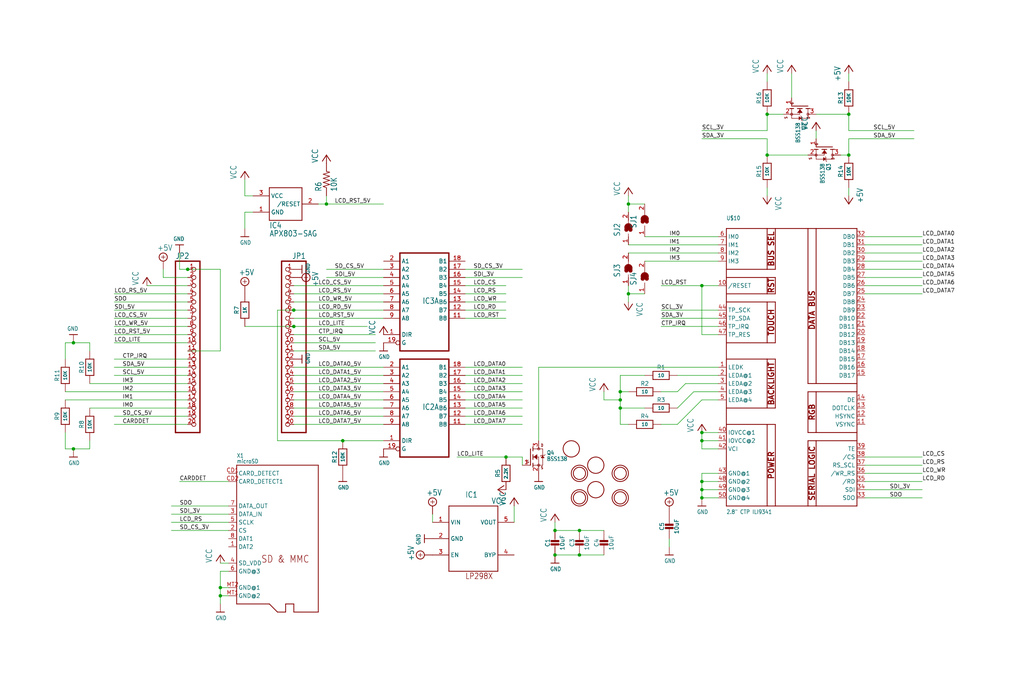
<source format=kicad_sch>
(kicad_sch (version 20230121) (generator eeschema)
  (paper "User" 318.694 213.157)
  (lib_symbols
    (symbol "working-eagle-import:+5V" (power)
      (property "Value" "+5V" (at -1.905 3.175 0))
      (symbol "+5V_1_0"
        (pin power_in line (at 0 -2.54 90) (length 2.54) (name "+5V") (number "1"))
      )
    )
    (symbol "working-eagle-import:74245DW"
      (property "Reference" "IC" (at -0.635 -0.635 0))
      (symbol "74245DW_1_0"
        (pin input line (at -12.7 -10.16 0) (length 5.08) (name "DIR") (number "1"))
        (pin bidirectional line (at 12.7 -5.08 180) (length 5.08) (name "B8") (number "11"))
        (pin bidirectional line (at 12.7 -2.54 180) (length 5.08) (name "B7") (number "12"))
        (pin bidirectional line (at 12.7 0 180) (length 5.08) (name "B6") (number "13"))
        (pin bidirectional line (at 12.7 2.54 180) (length 5.08) (name "B5") (number "14"))
        (pin bidirectional line (at 12.7 5.08 180) (length 5.08) (name "B4") (number "15"))
        (pin bidirectional line (at 12.7 7.62 180) (length 5.08) (name "B3") (number "16"))
        (pin bidirectional line (at 12.7 10.16 180) (length 5.08) (name "B2") (number "17"))
        (pin bidirectional line (at 12.7 12.7 180) (length 5.08) (name "B1") (number "18"))
        (pin input inverted (at -12.7 -12.7 0) (length 5.08) (name "G") (number "19"))
        (pin bidirectional line (at -12.7 12.7 0) (length 5.08) (name "A1") (number "2"))
        (pin bidirectional line (at -12.7 10.16 0) (length 5.08) (name "A2") (number "3"))
        (pin bidirectional line (at -12.7 7.62 0) (length 5.08) (name "A3") (number "4"))
        (pin bidirectional line (at -12.7 5.08 0) (length 5.08) (name "A4") (number "5"))
        (pin bidirectional line (at -12.7 2.54 0) (length 5.08) (name "A5") (number "6"))
        (pin bidirectional line (at -12.7 0 0) (length 5.08) (name "A6") (number "7"))
        (pin bidirectional line (at -12.7 -2.54 0) (length 5.08) (name "A7") (number "8"))
        (pin bidirectional line (at -12.7 -5.08 0) (length 5.08) (name "A8") (number "9"))
      )
      (symbol "74245DW_2_0"
        (text "GND" (at 1.905 -5.842 900) (effects (font (size 1.27 1.0795)) (justify left bottom)))
        (text "VCC" (at 1.905 2.54 900) (effects (font (size 1.27 1.0795)) (justify left bottom)))
        (pin power_in line (at 0 -7.62 90) (length 5.08) (name "GND") (number "10"))
        (pin power_in line (at 0 7.62 270) (length 5.08) (name "VCC") (number "20"))
      )
    )
    (symbol "working-eagle-import:AXP083-SAG"
      (property "Reference" "IC" (at -5.08 -7.62 0))
      (symbol "AXP083-SAG_1_0"
        (pin power_in line (at -10.16 -2.54 0) (length 5.08) (name "GND") (number "1"))
        (pin output line (at 10.16 0 180) (length 5.08) (name "/RESET") (number "2"))
        (pin power_in line (at -10.16 2.54 0) (length 5.08) (name "VCC") (number "3"))
      )
    )
    (symbol "working-eagle-import:CAP_CERAMIC0805-NOOUTLINE"
      (property "Reference" "C" (at -2.29 1.25 90))
      (symbol "CAP_CERAMIC0805-NOOUTLINE_1_0"
        (pin passive line (at 0 5.08 270) (length 2.54) (name "1") (number "1"))
        (pin passive line (at 0 -2.54 90) (length 2.54) (name "2") (number "2"))
      )
    )
    (symbol "working-eagle-import:DISP_LCD_CTP28_SAMPLE"
      (property "Reference" "TFT" (at -20.32 43.18 0))
      (symbol "DISP_LCD_CTP28_SAMPLE_1_0"
        (text "BACKLIGHT" (at -6.35 -7.62 900) (effects (font (size 1.6764 1.6764) (thickness 0.3353) bold)))
        (text "BUS SEL" (at -6.35 34.29 900) (effects (font (size 1.6764 1.6764) (thickness 0.3353) bold)))
        (text "DATA BUS" (at 6.35 15.24 900) (effects (font (size 1.6764 1.6764) (thickness 0.3353) bold)))
        (text "POWER" (at -6.35 -33.02 900) (effects (font (size 1.6764 1.6764) (thickness 0.3353) bold)))
        (text "RGB" (at 6.35 -16.51 900) (effects (font (size 1.6764 1.6764) (thickness 0.3353) bold)))
        (text "RST" (at -6.35 22.86 900) (effects (font (size 1.6764 1.6764) (thickness 0.3353) bold)))
        (text "SERIAL LOGIC" (at 6.35 -35.56 900) (effects (font (size 1.6764 1.6764) (thickness 0.3353) bold)))
        (text "TOUCH" (at -6.35 11.43 900) (effects (font (size 1.6764 1.6764) (thickness 0.3353) bold)))
        (pin bidirectional line (at -22.86 -2.54 0) (length 2.54) (name "LEDK") (number "1"))
        (pin bidirectional line (at -22.86 22.86 0) (length 2.54) (name "/RESET") (number "10"))
        (pin bidirectional line (at 22.86 -20.32 180) (length 2.54) (name "VSYNC") (number "11"))
        (pin bidirectional line (at 22.86 -17.78 180) (length 2.54) (name "HSYNC") (number "12"))
        (pin bidirectional line (at 22.86 -15.24 180) (length 2.54) (name "DOTCLK") (number "13"))
        (pin bidirectional line (at 22.86 -12.7 180) (length 2.54) (name "DE") (number "14"))
        (pin bidirectional line (at 22.86 -5.08 180) (length 2.54) (name "DB17") (number "15"))
        (pin bidirectional line (at 22.86 -2.54 180) (length 2.54) (name "DB16") (number "16"))
        (pin bidirectional line (at 22.86 0 180) (length 2.54) (name "DB15") (number "17"))
        (pin bidirectional line (at 22.86 2.54 180) (length 2.54) (name "DB14") (number "18"))
        (pin bidirectional line (at 22.86 5.08 180) (length 2.54) (name "DB13") (number "19"))
        (pin bidirectional line (at -22.86 -5.08 0) (length 2.54) (name "LEDA@1") (number "2"))
        (pin bidirectional line (at 22.86 7.62 180) (length 2.54) (name "DB12") (number "20"))
        (pin bidirectional line (at 22.86 10.16 180) (length 2.54) (name "DB11") (number "21"))
        (pin bidirectional line (at 22.86 12.7 180) (length 2.54) (name "DB10") (number "22"))
        (pin bidirectional line (at 22.86 15.24 180) (length 2.54) (name "DB9") (number "23"))
        (pin bidirectional line (at 22.86 17.78 180) (length 2.54) (name "DB8") (number "24"))
        (pin bidirectional line (at 22.86 20.32 180) (length 2.54) (name "DB7") (number "25"))
        (pin bidirectional line (at 22.86 22.86 180) (length 2.54) (name "DB6") (number "26"))
        (pin bidirectional line (at 22.86 25.4 180) (length 2.54) (name "DB5") (number "27"))
        (pin bidirectional line (at 22.86 27.94 180) (length 2.54) (name "DB4") (number "28"))
        (pin bidirectional line (at 22.86 30.48 180) (length 2.54) (name "DB3") (number "29"))
        (pin bidirectional line (at -22.86 -7.62 0) (length 2.54) (name "LEDA@2") (number "3"))
        (pin bidirectional line (at 22.86 33.02 180) (length 2.54) (name "DB2") (number "30"))
        (pin bidirectional line (at 22.86 35.56 180) (length 2.54) (name "DB1") (number "31"))
        (pin bidirectional line (at 22.86 38.1 180) (length 2.54) (name "DB0") (number "32"))
        (pin bidirectional line (at 22.86 -43.18 180) (length 2.54) (name "SDO") (number "33"))
        (pin bidirectional line (at 22.86 -40.64 180) (length 2.54) (name "SDI") (number "34"))
        (pin bidirectional line (at 22.86 -38.1 180) (length 2.54) (name "/RD") (number "35"))
        (pin bidirectional line (at 22.86 -35.56 180) (length 2.54) (name "/WR_RS") (number "36"))
        (pin bidirectional line (at 22.86 -33.02 180) (length 2.54) (name "RS_SCL") (number "37"))
        (pin bidirectional line (at 22.86 -30.48 180) (length 2.54) (name "/CS") (number "38"))
        (pin bidirectional line (at 22.86 -27.94 180) (length 2.54) (name "TE") (number "39"))
        (pin bidirectional line (at -22.86 -10.16 0) (length 2.54) (name "LEDA@3") (number "4"))
        (pin bidirectional line (at -22.86 -22.86 0) (length 2.54) (name "IOVCC@1") (number "40"))
        (pin bidirectional line (at -22.86 -25.4 0) (length 2.54) (name "IOVCC@2") (number "41"))
        (pin bidirectional line (at -22.86 -27.94 0) (length 2.54) (name "VCI") (number "42"))
        (pin bidirectional line (at -22.86 -35.56 0) (length 2.54) (name "GND@1") (number "43"))
        (pin bidirectional line (at -22.86 15.24 0) (length 2.54) (name "TP_SCK") (number "44"))
        (pin bidirectional line (at -22.86 12.7 0) (length 2.54) (name "TP_SDA") (number "45"))
        (pin bidirectional line (at -22.86 10.16 0) (length 2.54) (name "TP_IRQ") (number "46"))
        (pin bidirectional line (at -22.86 7.62 0) (length 2.54) (name "TP_RES") (number "47"))
        (pin bidirectional line (at -22.86 -38.1 0) (length 2.54) (name "GND@2") (number "48"))
        (pin bidirectional line (at -22.86 -40.64 0) (length 2.54) (name "GND@3") (number "49"))
        (pin bidirectional line (at -22.86 -12.7 0) (length 2.54) (name "LEDA@4") (number "5"))
        (pin bidirectional line (at -22.86 -43.18 0) (length 2.54) (name "GND@4") (number "50"))
        (pin bidirectional line (at -22.86 38.1 0) (length 2.54) (name "IM0") (number "6"))
        (pin bidirectional line (at -22.86 35.56 0) (length 2.54) (name "IM1") (number "7"))
        (pin bidirectional line (at -22.86 33.02 0) (length 2.54) (name "IM2") (number "8"))
        (pin bidirectional line (at -22.86 30.48 0) (length 2.54) (name "IM3") (number "9"))
      )
    )
    (symbol "working-eagle-import:FIDUCIAL")
    (symbol "working-eagle-import:GND" (power)
      (property "Value" "GND" (at -1.524 -2.54 0))
      (symbol "GND_1_0"
        (pin power_in line (at 0 2.54 270) (length 2.54) (name "GND") (number "1"))
      )
    )
    (symbol "working-eagle-import:HEADER-1X20ROUND"
      (property "Reference" "JP" (at -6.35 26.035 0))
      (symbol "HEADER-1X20ROUND_1_0"
        (pin passive inverted (at -2.54 22.86 0) (length 2.54) (name "1") (number "1"))
        (pin passive inverted (at -2.54 0 0) (length 2.54) (name "10") (number "10"))
        (pin passive inverted (at -2.54 -2.54 0) (length 2.54) (name "11") (number "11"))
        (pin passive inverted (at -2.54 -5.08 0) (length 2.54) (name "12") (number "12"))
        (pin passive inverted (at -2.54 -7.62 0) (length 2.54) (name "13") (number "13"))
        (pin passive inverted (at -2.54 -10.16 0) (length 2.54) (name "14") (number "14"))
        (pin passive inverted (at -2.54 -12.7 0) (length 2.54) (name "15") (number "15"))
        (pin passive inverted (at -2.54 -15.24 0) (length 2.54) (name "16") (number "16"))
        (pin passive inverted (at -2.54 -17.78 0) (length 2.54) (name "17") (number "17"))
        (pin passive inverted (at -2.54 -20.32 0) (length 2.54) (name "18") (number "18"))
        (pin passive inverted (at -2.54 -22.86 0) (length 2.54) (name "19") (number "19"))
        (pin passive inverted (at -2.54 20.32 0) (length 2.54) (name "2") (number "2"))
        (pin passive inverted (at -2.54 -25.4 0) (length 2.54) (name "20") (number "20"))
        (pin passive inverted (at -2.54 17.78 0) (length 2.54) (name "3") (number "3"))
        (pin passive inverted (at -2.54 15.24 0) (length 2.54) (name "4") (number "4"))
        (pin passive inverted (at -2.54 12.7 0) (length 2.54) (name "5") (number "5"))
        (pin passive inverted (at -2.54 10.16 0) (length 2.54) (name "6") (number "6"))
        (pin passive inverted (at -2.54 7.62 0) (length 2.54) (name "7") (number "7"))
        (pin passive inverted (at -2.54 5.08 0) (length 2.54) (name "8") (number "8"))
        (pin passive inverted (at -2.54 2.54 0) (length 2.54) (name "9") (number "9"))
      )
    )
    (symbol "working-eagle-import:LP298XS"
      (property "Reference" "IC" (at -12.7 -5.08 90))
      (symbol "LP298XS_1_0"
        (text "LP298X" (at 12.7 -5.08 900) (effects (font (size 1.778 1.5113)) (justify left bottom)))
        (pin bidirectional line (at -5.08 -15.24 90) (length 5.08) (name "VIN") (number "1"))
        (pin bidirectional line (at 0 -15.24 90) (length 5.08) (name "GND") (number "2"))
        (pin bidirectional line (at 5.08 -15.24 90) (length 5.08) (name "EN") (number "3"))
        (pin bidirectional line (at 5.08 10.16 270) (length 5.08) (name "BYP") (number "4"))
        (pin bidirectional line (at -5.08 10.16 270) (length 5.08) (name "VOUT") (number "5"))
      )
    )
    (symbol "working-eagle-import:MICROSD"
      (property "Reference" "X" (at -12.7 22.606 0))
      (symbol "MICROSD_1_0"
        (text "SD & MMC" (at -5.08 -10.16 0) (effects (font (size 2.1844 1.8567)) (justify left bottom)))
        (pin bidirectional line (at -15.24 -5.08 0) (length 2.54) (name "DAT2") (number "1"))
        (pin input line (at -15.24 0 0) (length 2.54) (name "CS") (number "2"))
        (pin input line (at -15.24 5.08 0) (length 2.54) (name "DATA_IN") (number "3"))
        (pin power_in line (at -15.24 -10.16 0) (length 2.54) (name "SD_VDD") (number "4"))
        (pin input line (at -15.24 2.54 0) (length 2.54) (name "SCLK") (number "5"))
        (pin power_in line (at -15.24 -12.7 0) (length 2.54) (name "GND@3") (number "6"))
        (pin output line (at -15.24 7.62 0) (length 2.54) (name "DATA_OUT") (number "7"))
        (pin bidirectional line (at -15.24 -2.54 0) (length 2.54) (name "DAT1") (number "8"))
        (pin passive line (at -15.24 17.78 0) (length 2.54) (name "CARD_DETECT") (number "CD1"))
        (pin passive line (at -15.24 15.24 0) (length 2.54) (name "CARD_DETECT1") (number "CD2"))
        (pin power_in line (at -15.24 -20.32 0) (length 2.54) (name "GND@2") (number "MT1"))
        (pin power_in line (at -15.24 -17.78 0) (length 2.54) (name "GND@1") (number "MT2"))
      )
    )
    (symbol "working-eagle-import:MOSFET-NWIDE"
      (property "Reference" "Q" (at 5.08 0.635 0))
      (symbol "MOSFET-NWIDE_1_0"
        (text "D" (at 3.175 3.175 0) (effects (font (size 0.8128 0.6908)) (justify left bottom)))
        (text "G" (at -1.27 -1.905 0) (effects (font (size 0.8128 0.6908)) (justify left bottom)))
        (text "S" (at 3.175 -3.81 0) (effects (font (size 0.8128 0.6908)) (justify left bottom)))
        (pin bidirectional line (at -2.54 -2.54 0) (length 2.54) (name "G") (number "1"))
        (pin bidirectional line (at 2.54 -5.08 90) (length 2.54) (name "S") (number "2"))
        (pin bidirectional line (at 2.54 5.08 270) (length 2.54) (name "D") (number "3"))
      )
    )
    (symbol "working-eagle-import:MOUNTINGHOLE3.0THIN")
    (symbol "working-eagle-import:R-US_R0805"
      (property "Reference" "R" (at -3.81 1.4986 0))
      (symbol "R-US_R0805_1_0"
        (pin passive line (at -5.08 0 0) (length 2.54) (name "1") (number "1"))
        (pin passive line (at 5.08 0 180) (length 2.54) (name "2") (number "2"))
      )
    )
    (symbol "working-eagle-import:RESISTOR0805_NOOUTLINE"
      (property "Reference" "R" (at 0 2.54 0))
      (symbol "RESISTOR0805_NOOUTLINE_1_0"
        (pin passive line (at -5.08 0 0) (length 2.54) (name "1") (number "1"))
        (pin passive line (at 5.08 0 180) (length 2.54) (name "2") (number "2"))
      )
    )
    (symbol "working-eagle-import:SOLDERJUMPER"
      (property "Reference" "SJ" (at -2.54 2.54 0))
      (symbol "SOLDERJUMPER_1_0"
        (pin passive line (at -5.08 0 0) (length 2.54) (name "1") (number "1"))
        (pin passive line (at 5.08 0 180) (length 2.54) (name "2") (number "2"))
      )
    )
    (symbol "working-eagle-import:VCC" (power)
      (property "Value" "VCC" (at -2.54 -2.54 90))
      (symbol "VCC_1_0"
        (pin power_in line (at 0 -2.54 90) (length 2.54) (name "VCC") (number "1"))
      )
    )
    (symbol "working-eagle-import:supply1_+5V" (power)
      (property "Value" "supply1_+5V" (at -2.54 -5.08 90))
      (symbol "supply1_+5V_1_0"
        (pin power_in line (at 0 -2.54 90) (length 2.54) (name "+5V") (number "1"))
      )
    )
  )
  (junction (at 22.86 139.7))
  (junction (at 91.44 96.52))
  (junction (at 218.44 137.16))
  (junction (at 172.72 165.1))
  (junction (at 264.16 48.26))
  (junction (at 58.42 83.82))
  (junction (at 91.44 101.6))
  (junction (at 106.68 137.16))
  (junction (at 218.44 154.94))
  (junction (at 180.34 165.1))
  (junction (at 68.58 185.42))
  (junction (at 218.44 149.86))
  (junction (at 157.48 142.24))
  (junction (at 68.58 182.88))
  (junction (at 264.16 35.56))
  (junction (at 195.58 91.44))
  (junction (at 193.04 127))
  (junction (at 193.04 124.46))
  (junction (at 238.76 35.56))
  (junction (at 172.72 172.72))
  (junction (at 180.34 172.72))
  (junction (at 22.86 106.68))
  (junction (at 218.44 88.9))
  (junction (at 218.44 152.4))
  (junction (at 218.44 134.62))
  (junction (at 238.76 48.26))
  (junction (at 195.58 63.5))
  (junction (at 101.6 63.5))
  (junction (at 193.04 121.92))
  (wire (pts (xy 218.44 152.4) (xy 223.52 152.4)) (stroke (width 0.1524)))
  (wire (pts (xy 58.42 96.52) (xy 35.56 96.52)) (stroke (width 0.1524)))
  (wire (pts (xy 223.52 147.32) (xy 218.44 147.32)) (stroke (width 0.1524)))
  (wire (pts (xy 22.86 139.7) (xy 27.94 139.7)) (stroke (width 0.1524)))
  (wire (pts (xy 238.76 48.26) (xy 238.76 43.18)) (stroke (width 0.1524)))
  (wire (pts (xy 246.38 30.48) (xy 246.38 22.86)) (stroke (width 0.1524)))
  (wire (pts (xy 162.56 142.24) (xy 162.56 144.78)) (stroke (width 0.1524)))
  (wire (pts (xy 116.84 104.14) (xy 91.44 104.14)) (stroke (width 0.1524)))
  (wire (pts (xy 119.38 127) (xy 91.44 127)) (stroke (width 0.1524)))
  (wire (pts (xy 68.58 109.22) (xy 68.58 83.82)) (stroke (width 0.1524)))
  (wire (pts (xy 119.38 137.16) (xy 106.68 137.16)) (stroke (width 0.1524)))
  (wire (pts (xy 264.16 48.26) (xy 261.62 48.26)) (stroke (width 0.1524)))
  (wire (pts (xy 101.6 60.96) (xy 101.6 63.5)) (stroke (width 0.1524)))
  (wire (pts (xy 27.94 106.68) (xy 22.86 106.68)) (stroke (width 0.1524)))
  (wire (pts (xy 91.44 91.44) (xy 119.38 91.44)) (stroke (width 0.1524)))
  (wire (pts (xy 269.24 78.74) (xy 287.02 78.74)) (stroke (width 0.1524)))
  (wire (pts (xy 91.44 96.52) (xy 119.38 96.52)) (stroke (width 0.1524)))
  (wire (pts (xy 218.44 134.62) (xy 218.44 137.16)) (stroke (width 0.1524)))
  (wire (pts (xy 269.24 83.82) (xy 287.02 83.82)) (stroke (width 0.1524)))
  (wire (pts (xy 101.6 63.5) (xy 119.38 63.5)) (stroke (width 0.1524)))
  (wire (pts (xy 269.24 154.94) (xy 287.02 154.94)) (stroke (width 0.1524)))
  (wire (pts (xy 160.02 157.48) (xy 160.02 162.56)) (stroke (width 0.1524)))
  (wire (pts (xy 58.42 86.36) (xy 50.8 86.36)) (stroke (width 0.1524)))
  (wire (pts (xy 238.76 40.64) (xy 238.76 35.56)) (stroke (width 0.1524)))
  (wire (pts (xy 27.94 109.22) (xy 27.94 106.68)) (stroke (width 0.1524)))
  (wire (pts (xy 269.24 142.24) (xy 287.02 142.24)) (stroke (width 0.1524)))
  (wire (pts (xy 269.24 144.78) (xy 287.02 144.78)) (stroke (width 0.1524)))
  (wire (pts (xy 218.44 139.7) (xy 218.44 137.16)) (stroke (width 0.1524)))
  (wire (pts (xy 223.52 134.62) (xy 218.44 134.62)) (stroke (width 0.1524)))
  (wire (pts (xy 91.44 96.52) (xy 86.36 96.52)) (stroke (width 0.1524)))
  (wire (pts (xy 58.42 132.08) (xy 35.56 132.08)) (stroke (width 0.1524)))
  (wire (pts (xy 119.38 114.3) (xy 91.44 114.3)) (stroke (width 0.1524)))
  (wire (pts (xy 238.76 40.64) (xy 218.44 40.64)) (stroke (width 0.1524)))
  (wire (pts (xy 218.44 152.4) (xy 218.44 154.94)) (stroke (width 0.1524)))
  (wire (pts (xy 50.8 86.36) (xy 50.8 83.82)) (stroke (width 0.1524)))
  (wire (pts (xy 35.56 104.14) (xy 58.42 104.14)) (stroke (width 0.1524)))
  (wire (pts (xy 119.38 86.36) (xy 101.6 86.36)) (stroke (width 0.1524)))
  (wire (pts (xy 193.04 127) (xy 193.04 124.46)) (stroke (width 0.1524)))
  (wire (pts (xy 22.86 106.68) (xy 20.32 106.68)) (stroke (width 0.1524)))
  (wire (pts (xy 218.44 43.18) (xy 238.76 43.18)) (stroke (width 0.1524)))
  (wire (pts (xy 208.28 170.18) (xy 208.28 167.64)) (stroke (width 0.1524)))
  (wire (pts (xy 193.04 121.92) (xy 193.04 116.84)) (stroke (width 0.1524)))
  (wire (pts (xy 91.44 101.6) (xy 114.3 101.6)) (stroke (width 0.1524)))
  (wire (pts (xy 269.24 91.44) (xy 287.02 91.44)) (stroke (width 0.1524)))
  (wire (pts (xy 71.12 185.42) (xy 68.58 185.42)) (stroke (width 0.1524)))
  (wire (pts (xy 193.04 132.08) (xy 193.04 127)) (stroke (width 0.1524)))
  (wire (pts (xy 55.88 83.82) (xy 55.88 78.74)) (stroke (width 0.1524)))
  (wire (pts (xy 195.58 76.2) (xy 223.52 76.2)) (stroke (width 0.1524)))
  (wire (pts (xy 167.64 137.16) (xy 167.64 114.3)) (stroke (width 0.1524)))
  (wire (pts (xy 218.44 137.16) (xy 223.52 137.16)) (stroke (width 0.1524)))
  (wire (pts (xy 58.42 109.22) (xy 68.58 109.22)) (stroke (width 0.1524)))
  (wire (pts (xy 86.36 137.16) (xy 86.36 96.52)) (stroke (width 0.1524)))
  (wire (pts (xy 144.78 91.44) (xy 157.48 91.44)) (stroke (width 0.1524)))
  (wire (pts (xy 200.66 91.44) (xy 195.58 91.44)) (stroke (width 0.1524)))
  (wire (pts (xy 71.12 177.8) (xy 68.58 177.8)) (stroke (width 0.1524)))
  (wire (pts (xy 269.24 152.4) (xy 287.02 152.4)) (stroke (width 0.1524)))
  (wire (pts (xy 223.52 78.74) (xy 195.58 78.74)) (stroke (width 0.1524)))
  (wire (pts (xy 53.34 157.48) (xy 71.12 157.48)) (stroke (width 0.1524)))
  (wire (pts (xy 119.38 124.46) (xy 91.44 124.46)) (stroke (width 0.1524)))
  (wire (pts (xy 91.44 101.6) (xy 76.2 101.6)) (stroke (width 0.1524)))
  (wire (pts (xy 264.16 48.26) (xy 264.16 43.18)) (stroke (width 0.1524)))
  (wire (pts (xy 269.24 76.2) (xy 287.02 76.2)) (stroke (width 0.1524)))
  (wire (pts (xy 76.2 66.04) (xy 78.74 66.04)) (stroke (width 0.1524)))
  (wire (pts (xy 20.32 134.62) (xy 20.32 139.7)) (stroke (width 0.1524)))
  (wire (pts (xy 172.72 172.72) (xy 180.34 172.72)) (stroke (width 0.1524)))
  (wire (pts (xy 144.78 88.9) (xy 157.48 88.9)) (stroke (width 0.1524)))
  (wire (pts (xy 68.58 185.42) (xy 68.58 182.88)) (stroke (width 0.1524)))
  (wire (pts (xy 218.44 124.46) (xy 223.52 124.46)) (stroke (width 0.1524)))
  (wire (pts (xy 162.56 116.84) (xy 144.78 116.84)) (stroke (width 0.1524)))
  (wire (pts (xy 269.24 147.32) (xy 287.02 147.32)) (stroke (width 0.1524)))
  (wire (pts (xy 119.38 132.08) (xy 91.44 132.08)) (stroke (width 0.1524)))
  (wire (pts (xy 162.56 129.54) (xy 144.78 129.54)) (stroke (width 0.1524)))
  (wire (pts (xy 218.44 147.32) (xy 218.44 149.86)) (stroke (width 0.1524)))
  (wire (pts (xy 58.42 83.82) (xy 55.88 83.82)) (stroke (width 0.1524)))
  (wire (pts (xy 195.58 66.04) (xy 195.58 63.5)) (stroke (width 0.1524)))
  (wire (pts (xy 144.78 93.98) (xy 157.48 93.98)) (stroke (width 0.1524)))
  (wire (pts (xy 180.34 165.1) (xy 187.96 165.1)) (stroke (width 0.1524)))
  (wire (pts (xy 144.78 83.82) (xy 162.56 83.82)) (stroke (width 0.1524)))
  (wire (pts (xy 205.74 132.08) (xy 210.82 132.08)) (stroke (width 0.1524)))
  (wire (pts (xy 264.16 35.56) (xy 264.16 40.64)) (stroke (width 0.1524)))
  (wire (pts (xy 195.58 121.92) (xy 193.04 121.92)) (stroke (width 0.1524)))
  (wire (pts (xy 187.96 121.92) (xy 187.96 124.46)) (stroke (width 0.1524)))
  (wire (pts (xy 195.58 93.98) (xy 195.58 91.44)) (stroke (width 0.1524)))
  (wire (pts (xy 223.52 101.6) (xy 205.74 101.6)) (stroke (width 0.1524)))
  (wire (pts (xy 68.58 83.82) (xy 58.42 83.82)) (stroke (width 0.1524)))
  (wire (pts (xy 238.76 35.56) (xy 243.84 35.56)) (stroke (width 0.1524)))
  (wire (pts (xy 91.44 88.9) (xy 119.38 88.9)) (stroke (width 0.1524)))
  (wire (pts (xy 142.24 142.24) (xy 157.48 142.24)) (stroke (width 0.1524)))
  (wire (pts (xy 106.68 137.16) (xy 86.36 137.16)) (stroke (width 0.1524)))
  (wire (pts (xy 76.2 71.12) (xy 76.2 66.04)) (stroke (width 0.1524)))
  (wire (pts (xy 58.42 116.84) (xy 35.56 116.84)) (stroke (width 0.1524)))
  (wire (pts (xy 193.04 127) (xy 200.66 127)) (stroke (width 0.1524)))
  (wire (pts (xy 134.62 160.02) (xy 134.62 162.56)) (stroke (width 0.1524)))
  (wire (pts (xy 172.72 162.56) (xy 172.72 165.1)) (stroke (width 0.1524)))
  (wire (pts (xy 195.58 60.96) (xy 195.58 63.5)) (stroke (width 0.1524)))
  (wire (pts (xy 210.82 127) (xy 215.9 121.92)) (stroke (width 0.1524)))
  (wire (pts (xy 210.82 121.92) (xy 213.36 119.38)) (stroke (width 0.1524)))
  (wire (pts (xy 71.12 160.02) (xy 53.34 160.02)) (stroke (width 0.1524)))
  (wire (pts (xy 35.56 129.54) (xy 58.42 129.54)) (stroke (width 0.1524)))
  (wire (pts (xy 223.52 81.28) (xy 200.66 81.28)) (stroke (width 0.1524)))
  (wire (pts (xy 269.24 73.66) (xy 287.02 73.66)) (stroke (width 0.1524)))
  (wire (pts (xy 35.56 93.98) (xy 58.42 93.98)) (stroke (width 0.1524)))
  (wire (pts (xy 223.52 99.06) (xy 205.74 99.06)) (stroke (width 0.1524)))
  (wire (pts (xy 269.24 86.36) (xy 287.02 86.36)) (stroke (width 0.1524)))
  (wire (pts (xy 218.44 154.94) (xy 223.52 154.94)) (stroke (width 0.1524)))
  (wire (pts (xy 119.38 129.54) (xy 91.44 129.54)) (stroke (width 0.1524)))
  (wire (pts (xy 210.82 116.84) (xy 223.52 116.84)) (stroke (width 0.1524)))
  (wire (pts (xy 180.34 165.1) (xy 172.72 165.1)) (stroke (width 0.1524)))
  (wire (pts (xy 269.24 88.9) (xy 287.02 88.9)) (stroke (width 0.1524)))
  (wire (pts (xy 53.34 165.1) (xy 71.12 165.1)) (stroke (width 0.1524)))
  (wire (pts (xy 58.42 127) (xy 27.94 127)) (stroke (width 0.1524)))
  (wire (pts (xy 35.56 99.06) (xy 58.42 99.06)) (stroke (width 0.1524)))
  (wire (pts (xy 68.58 182.88) (xy 71.12 182.88)) (stroke (width 0.1524)))
  (wire (pts (xy 215.9 121.92) (xy 223.52 121.92)) (stroke (width 0.1524)))
  (wire (pts (xy 162.56 114.3) (xy 144.78 114.3)) (stroke (width 0.1524)))
  (wire (pts (xy 195.58 63.5) (xy 200.66 63.5)) (stroke (width 0.1524)))
  (wire (pts (xy 162.56 121.92) (xy 144.78 121.92)) (stroke (width 0.1524)))
  (wire (pts (xy 223.52 73.66) (xy 200.66 73.66)) (stroke (width 0.1524)))
  (wire (pts (xy 20.32 124.46) (xy 58.42 124.46)) (stroke (width 0.1524)))
  (wire (pts (xy 144.78 96.52) (xy 157.48 96.52)) (stroke (width 0.1524)))
  (wire (pts (xy 254 35.56) (xy 264.16 35.56)) (stroke (width 0.1524)))
  (wire (pts (xy 269.24 81.28) (xy 287.02 81.28)) (stroke (width 0.1524)))
  (wire (pts (xy 35.56 114.3) (xy 58.42 114.3)) (stroke (width 0.1524)))
  (wire (pts (xy 264.16 40.64) (xy 284.48 40.64)) (stroke (width 0.1524)))
  (wire (pts (xy 162.56 119.38) (xy 144.78 119.38)) (stroke (width 0.1524)))
  (wire (pts (xy 116.84 106.68) (xy 91.44 106.68)) (stroke (width 0.1524)))
  (wire (pts (xy 144.78 86.36) (xy 162.56 86.36)) (stroke (width 0.1524)))
  (wire (pts (xy 218.44 104.14) (xy 218.44 88.9)) (stroke (width 0.1524)))
  (wire (pts (xy 193.04 116.84) (xy 200.66 116.84)) (stroke (width 0.1524)))
  (wire (pts (xy 238.76 60.96) (xy 238.76 58.42)) (stroke (width 0.1524)))
  (wire (pts (xy 71.12 149.86) (xy 55.88 149.86)) (stroke (width 0.1524)))
  (wire (pts (xy 35.56 91.44) (xy 58.42 91.44)) (stroke (width 0.1524)))
  (wire (pts (xy 20.32 106.68) (xy 20.32 111.76)) (stroke (width 0.1524)))
  (wire (pts (xy 223.52 149.86) (xy 218.44 149.86)) (stroke (width 0.1524)))
  (wire (pts (xy 205.74 121.92) (xy 210.82 121.92)) (stroke (width 0.1524)))
  (wire (pts (xy 35.56 101.6) (xy 58.42 101.6)) (stroke (width 0.1524)))
  (wire (pts (xy 195.58 132.08) (xy 193.04 132.08)) (stroke (width 0.1524)))
  (wire (pts (xy 213.36 119.38) (xy 223.52 119.38)) (stroke (width 0.1524)))
  (wire (pts (xy 20.32 121.92) (xy 58.42 121.92)) (stroke (width 0.1524)))
  (wire (pts (xy 264.16 43.18) (xy 284.48 43.18)) (stroke (width 0.1524)))
  (wire (pts (xy 116.84 109.22) (xy 91.44 109.22)) (stroke (width 0.1524)))
  (wire (pts (xy 218.44 88.9) (xy 223.52 88.9)) (stroke (width 0.1524)))
  (wire (pts (xy 218.44 149.86) (xy 218.44 152.4)) (stroke (width 0.1524)))
  (wire (pts (xy 187.96 172.72) (xy 180.34 172.72)) (stroke (width 0.1524)))
  (wire (pts (xy 223.52 139.7) (xy 218.44 139.7)) (stroke (width 0.1524)))
  (wire (pts (xy 264.16 60.96) (xy 264.16 58.42)) (stroke (width 0.1524)))
  (wire (pts (xy 119.38 116.84) (xy 91.44 116.84)) (stroke (width 0.1524)))
  (wire (pts (xy 205.74 88.9) (xy 218.44 88.9)) (stroke (width 0.1524)))
  (wire (pts (xy 157.48 142.24) (xy 162.56 142.24)) (stroke (width 0.1524)))
  (wire (pts (xy 187.96 124.46) (xy 193.04 124.46)) (stroke (width 0.1524)))
  (wire (pts (xy 58.42 106.68) (xy 35.56 106.68)) (stroke (width 0.1524)))
  (wire (pts (xy 20.32 139.7) (xy 22.86 139.7)) (stroke (width 0.1524)))
  (wire (pts (xy 91.44 93.98) (xy 119.38 93.98)) (stroke (width 0.1524)))
  (wire (pts (xy 71.12 175.26) (xy 68.58 175.26)) (stroke (width 0.1524)))
  (wire (pts (xy 76.2 60.96) (xy 76.2 55.88)) (stroke (width 0.1524)))
  (wire (pts (xy 101.6 83.82) (xy 119.38 83.82)) (stroke (width 0.1524)))
  (wire (pts (xy 99.06 63.5) (xy 101.6 63.5)) (stroke (width 0.1524)))
  (wire (pts (xy 223.52 104.14) (xy 218.44 104.14)) (stroke (width 0.1524)))
  (wire (pts (xy 45.72 88.9) (xy 58.42 88.9)) (stroke (width 0.1524)))
  (wire (pts (xy 162.56 132.08) (xy 144.78 132.08)) (stroke (width 0.1524)))
  (wire (pts (xy 251.46 48.26) (xy 238.76 48.26)) (stroke (width 0.1524)))
  (wire (pts (xy 167.64 114.3) (xy 223.52 114.3)) (stroke (width 0.1524)))
  (wire (pts (xy 71.12 162.56) (xy 53.34 162.56)) (stroke (width 0.1524)))
  (wire (pts (xy 78.74 60.96) (xy 76.2 60.96)) (stroke (width 0.1524)))
  (wire (pts (xy 269.24 149.86) (xy 287.02 149.86)) (stroke (width 0.1524)))
  (wire (pts (xy 193.04 124.46) (xy 193.04 121.92)) (stroke (width 0.1524)))
  (wire (pts (xy 195.58 91.44) (xy 195.58 88.9)) (stroke (width 0.1524)))
  (wire (pts (xy 119.38 119.38) (xy 91.44 119.38)) (stroke (width 0.1524)))
  (wire (pts (xy 27.94 139.7) (xy 27.94 137.16)) (stroke (width 0.1524)))
  (wire (pts (xy 254 40.64) (xy 254 43.18)) (stroke (width 0.1524)))
  (wire (pts (xy 223.52 96.52) (xy 205.74 96.52)) (stroke (width 0.1524)))
  (wire (pts (xy 119.38 121.92) (xy 91.44 121.92)) (stroke (width 0.1524)))
  (wire (pts (xy 238.76 22.86) (xy 238.76 25.4)) (stroke (width 0.1524)))
  (wire (pts (xy 91.44 99.06) (xy 119.38 99.06)) (stroke (width 0.1524)))
  (wire (pts (xy 162.56 127) (xy 144.78 127)) (stroke (width 0.1524)))
  (wire (pts (xy 210.82 132.08) (xy 218.44 124.46)) (stroke (width 0.1524)))
  (wire (pts (xy 144.78 99.06) (xy 157.48 99.06)) (stroke (width 0.1524)))
  (wire (pts (xy 264.16 22.86) (xy 264.16 25.4)) (stroke (width 0.1524)))
  (wire (pts (xy 27.94 119.38) (xy 58.42 119.38)) (stroke (width 0.1524)))
  (wire (pts (xy 162.56 124.46) (xy 144.78 124.46)) (stroke (width 0.1524)))
  (wire (pts (xy 58.42 111.76) (xy 35.56 111.76)) (stroke (width 0.1524)))
  (wire (pts (xy 68.58 185.42) (xy 68.58 187.96)) (stroke (width 0.1524)))
  (wire (pts (xy 68.58 177.8) (xy 68.58 182.88)) (stroke (width 0.1524)))
  (label "SDO" (at 55.88 157.48 0) (effects (font (size 1.2446 1.2446))))
  (label "LCD_DATA2_5V" (at 99.06 119.38 0) (effects (font (size 1.2446 1.2446))))
  (label "LCD_RS_5V" (at 35.56 91.44 0) (effects (font (size 1.2446 1.2446))))
  (label "LCD_DATA1" (at 147.32 116.84 0) (effects (font (size 1.2446 1.2446))))
  (label "SD_CS_3V" (at 147.32 83.82 0) (effects (font (size 1.2446 1.2446))))
  (label "LCD_RST" (at 147.32 99.06 0) (effects (font (size 1.2446 1.2446))))
  (label "LCD_RST" (at 205.74 88.9 0) (effects (font (size 1.2446 1.2446))))
  (label "SDA_3V" (at 205.74 99.06 0) (effects (font (size 1.2446 1.2446))))
  (label "SDO" (at 276.86 154.94 0) (effects (font (size 1.2446 1.2446))))
  (label "LCD_RD" (at 147.32 96.52 0) (effects (font (size 1.2446 1.2446))))
  (label "LCD_DATA0_5V" (at 99.06 114.3 0) (effects (font (size 1.2446 1.2446))))
  (label "SDI_5V" (at 35.56 96.52 0) (effects (font (size 1.2446 1.2446))))
  (label "LCD_CS_5V" (at 99.06 88.9 0) (effects (font (size 1.2446 1.2446))))
  (label "CTP_IRQ" (at 38.1 111.76 0) (effects (font (size 1.2446 1.2446))))
  (label "LCD_DATA6_5V" (at 99.06 129.54 0) (effects (font (size 1.2446 1.2446))))
  (label "SCL_3V" (at 205.74 96.52 0) (effects (font (size 1.2446 1.2446))))
  (label "LCD_DATA3" (at 287.02 81.28 0) (effects (font (size 1.2446 1.2446))))
  (label "IM0" (at 208.28 73.66 0) (effects (font (size 1.2446 1.2446))))
  (label "IM0" (at 38.1 127 0) (effects (font (size 1.2446 1.2446))))
  (label "LCD_WR" (at 287.02 147.32 0) (effects (font (size 1.2446 1.2446))))
  (label "LCD_DATA6" (at 147.32 129.54 0) (effects (font (size 1.2446 1.2446))))
  (label "CARDDET" (at 38.1 132.08 0) (effects (font (size 1.2446 1.2446))))
  (label "LCD_RST_5V" (at 99.06 99.06 0) (effects (font (size 1.2446 1.2446))))
  (label "SDI_3V" (at 147.32 86.36 0) (effects (font (size 1.2446 1.2446))))
  (label "LCD_CS_5V" (at 35.56 99.06 0) (effects (font (size 1.2446 1.2446))))
  (label "SDA_5V" (at 38.1 114.3 0) (effects (font (size 1.2446 1.2446))))
  (label "CARDDET" (at 55.88 149.86 0) (effects (font (size 1.2446 1.2446))))
  (label "LCD_WR" (at 147.32 93.98 0) (effects (font (size 1.2446 1.2446))))
  (label "SCL_5V" (at 271.78 40.64 0) (effects (font (size 1.2446 1.2446))))
  (label "SD_CS_5V" (at 38.1 129.54 0) (effects (font (size 1.2446 1.2446))))
  (label "LCD_DATA1" (at 287.02 76.2 0) (effects (font (size 1.2446 1.2446))))
  (label "SD_CS_3V" (at 55.88 165.1 0) (effects (font (size 1.2446 1.2446))))
  (label "IM1" (at 208.28 76.2 0) (effects (font (size 1.2446 1.2446))))
  (label "SDA_5V" (at 99.06 109.22 0) (effects (font (size 1.2446 1.2446))))
  (label "LCD_DATA1_5V" (at 99.06 116.84 0) (effects (font (size 1.2446 1.2446))))
  (label "SDI_5V" (at 104.14 86.36 0) (effects (font (size 1.2446 1.2446))))
  (label "IM2" (at 38.1 121.92 0) (effects (font (size 1.2446 1.2446))))
  (label "LCD_LITE" (at 142.24 142.24 0) (effects (font (size 1.2446 1.2446))))
  (label "IM1" (at 38.1 124.46 0) (effects (font (size 1.2446 1.2446))))
  (label "SDI_3V" (at 55.88 160.02 0) (effects (font (size 1.2446 1.2446))))
  (label "LCD_DATA3" (at 147.32 121.92 0) (effects (font (size 1.2446 1.2446))))
  (label "LCD_RST_5V" (at 104.14 63.5 0) (effects (font (size 1.2446 1.2446))))
  (label "LCD_LITE" (at 35.56 106.68 0) (effects (font (size 1.2446 1.2446))))
  (label "LCD_DATA4" (at 147.32 124.46 0) (effects (font (size 1.2446 1.2446))))
  (label "LCD_RD" (at 287.02 149.86 0) (effects (font (size 1.2446 1.2446))))
  (label "LCD_DATA6" (at 287.02 88.9 0) (effects (font (size 1.2446 1.2446))))
  (label "LCD_CS" (at 287.02 142.24 0) (effects (font (size 1.2446 1.2446))))
  (label "LCD_DATA7_5V" (at 99.06 132.08 0) (effects (font (size 1.2446 1.2446))))
  (label "SDA_3V" (at 218.44 43.18 0) (effects (font (size 1.2446 1.2446))))
  (label "LCD_RD_5V" (at 99.06 96.52 0) (effects (font (size 1.2446 1.2446))))
  (label "LCD_DATA3_5V" (at 99.06 121.92 0) (effects (font (size 1.2446 1.2446))))
  (label "SDI_3V" (at 276.86 152.4 0) (effects (font (size 1.2446 1.2446))))
  (label "IM3" (at 208.28 81.28 0) (effects (font (size 1.2446 1.2446))))
  (label "LCD_DATA5_5V" (at 99.06 127 0) (effects (font (size 1.2446 1.2446))))
  (label "SCL_3V" (at 218.44 40.64 0) (effects (font (size 1.2446 1.2446))))
  (label "SDO" (at 35.56 93.98 0) (effects (font (size 1.2446 1.2446))))
  (label "LCD_DATA2" (at 147.32 119.38 0) (effects (font (size 1.2446 1.2446))))
  (label "LCD_RS_5V" (at 99.06 91.44 0) (effects (font (size 1.2446 1.2446))))
  (label "IM3" (at 38.1 119.38 0) (effects (font (size 1.2446 1.2446))))
  (label "LCD_DATA5" (at 147.32 127 0) (effects (font (size 1.2446 1.2446))))
  (label "LCD_RST_5V" (at 35.56 104.14 0) (effects (font (size 1.2446 1.2446))))
  (label "SDA_5V" (at 271.78 43.18 0) (effects (font (size 1.2446 1.2446))))
  (label "LCD_DATA4" (at 287.02 83.82 0) (effects (font (size 1.2446 1.2446))))
  (label "LCD_LITE" (at 99.06 101.6 0) (effects (font (size 1.2446 1.2446))))
  (label "LCD_WR_5V" (at 35.56 101.6 0) (effects (font (size 1.2446 1.2446))))
  (label "CTP_IRQ" (at 99.06 104.14 0) (effects (font (size 1.2446 1.2446))))
  (label "LCD_DATA2" (at 287.02 78.74 0) (effects (font (size 1.2446 1.2446))))
  (label "LCD_DATA7" (at 147.32 132.08 0) (effects (font (size 1.2446 1.2446))))
  (label "LCD_DATA0" (at 287.02 73.66 0) (effects (font (size 1.2446 1.2446))))
  (label "CTP_IRQ" (at 205.74 101.6 0) (effects (font (size 1.2446 1.2446))))
  (label "LCD_RS" (at 147.32 91.44 0) (effects (font (size 1.2446 1.2446))))
  (label "LCD_DATA0" (at 147.32 114.3 0) (effects (font (size 1.2446 1.2446))))
  (label "LCD_RS" (at 287.02 144.78 0) (effects (font (size 1.2446 1.2446))))
  (label "LCD_CS" (at 147.32 88.9 0) (effects (font (size 1.2446 1.2446))))
  (label "SD_CS_5V" (at 104.14 83.82 0) (effects (font (size 1.2446 1.2446))))
  (label "LCD_RS" (at 55.88 162.56 0) (effects (font (size 1.2446 1.2446))))
  (label "LCD_WR_5V" (at 99.06 93.98 0) (effects (font (size 1.2446 1.2446))))
  (label "LCD_DATA5" (at 287.02 86.36 0) (effects (font (size 1.2446 1.2446))))
  (label "SCL_5V" (at 38.1 116.84 0) (effects (font (size 1.2446 1.2446))))
  (label "LCD_DATA4_5V" (at 99.06 124.46 0) (effects (font (size 1.2446 1.2446))))
  (label "IM2" (at 208.28 78.74 0) (effects (font (size 1.2446 1.2446))))
  (label "SCL_5V" (at 99.06 106.68 0) (effects (font (size 1.2446 1.2446))))
  (label "LCD_DATA7" (at 287.02 91.44 0) (effects (font (size 1.2446 1.2446))))
  (symbol (lib_id "working-eagle-import:VCC") (at 195.58 58.42 0) (unit 1)
    (property "Reference" "#P+11" (effects hide))
    (property "Value" "VCC" (at 193.04 60.96 90) (effects (font (size 1.778 1.5113)) (justify left bottom)))
  )
  (symbol (lib_id "working-eagle-import:GND") (at 218.44 157.48 0) (unit 1)
    (property "Reference" "#U$14" (effects hide))
    (property "Value" "GND" (at 216.916 160.02 0) (effects (font (size 1.27 1.0795)) (justify left bottom)))
  )
  (symbol (lib_id "working-eagle-import:SOLDERJUMPER") (at 200.66 86.36 90) (unit 1)
    (property "Reference" "SJ4" (at 198.12 88.9 0) (effects (font (size 1.778 1.5113)) (justify left bottom)))
    (property "Value" "SOLDERJUMPER" (effects hide))
    (property "Footprint" "working:SOLDERJUMPER_ARROW_NOPASTE" (effects hide))
  )
  (symbol (lib_id "working-eagle-import:R-US_R0805") (at 101.6 55.88 90) (unit 1)
    (property "Reference" "R6" (at 100.1014 59.69 0) (effects (font (size 1.778 1.5113)) (justify left bottom)))
    (property "Value" "10K" (at 104.902 59.69 0) (effects (font (size 1.778 1.5113)) (justify left bottom)))
    (property "Footprint" "working:R0805" (effects hide))
  )
  (symbol (lib_id "working-eagle-import:AXP083-SAG") (at 88.9 63.5 0) (unit 1)
    (property "Reference" "IC4" (at 83.82 71.12 0) (effects (font (size 1.778 1.5113)) (justify left bottom)))
    (property "Value" "APX803-SAG" (at 83.82 73.66 0) (effects (font (size 1.778 1.5113)) (justify left bottom)))
    (property "Footprint" "working:SOT23" (effects hide))
  )
  (symbol (lib_id "working-eagle-import:RESISTOR0805_NOOUTLINE") (at 264.16 53.34 90) (unit 1)
    (property "Reference" "R14" (at 261.62 53.34 0))
    (property "Value" "10K" (at 264.16 53.34 0) (effects (font (size 1.016 1.016) bold)))
    (property "Footprint" "working:0805-NO" (effects hide))
  )
  (symbol (lib_id "working-eagle-import:+5V") (at 208.28 157.48 0) (unit 1)
    (property "Reference" "#SUPPLY5" (effects hide))
    (property "Value" "+5V" (at 206.375 154.305 0) (effects (font (size 1.778 1.5113)) (justify left bottom)))
  )
  (symbol (lib_id "working-eagle-import:DISP_LCD_CTP28_SAMPLE") (at 246.38 111.76 0) (unit 1)
    (property "Reference" "U$10" (at 226.06 68.58 0) (effects (font (size 1.27 1.0795)) (justify left bottom)))
    (property "Value" "2.8\" CTP ILI9341" (at 226.06 160.02 0) (effects (font (size 1.27 1.0795)) (justify left bottom)))
    (property "Footprint" "working:TFT_2.83IN_240X320_50PIN" (effects hide))
  )
  (symbol (lib_id "working-eagle-import:SOLDERJUMPER") (at 195.58 71.12 90) (unit 1)
    (property "Reference" "SJ2" (at 193.04 73.66 0) (effects (font (size 1.778 1.5113)) (justify left bottom)))
    (property "Value" "SOLDERJUMPER" (effects hide))
    (property "Footprint" "working:SOLDERJUMPER_ARROW_NOPASTE" (effects hide))
  )
  (symbol (lib_id "working-eagle-import:FIDUCIAL") (at 177.8 139.7 0) (unit 1)
    (property "Reference" "U$23" (effects hide))
    (property "Value" "FIDUCIAL" (effects hide))
    (property "Footprint" "working:FIDUCIAL_1MM" (effects hide))
  )
  (symbol (lib_id "working-eagle-import:VCC") (at 238.76 20.32 0) (unit 1)
    (property "Reference" "#P+13" (effects hide))
    (property "Value" "VCC" (at 236.22 22.86 90) (effects (font (size 1.778 1.5113)) (justify left bottom)))
  )
  (symbol (lib_id "working-eagle-import:GND") (at 22.86 104.14 180) (unit 1)
    (property "Reference" "#U$21" (effects hide))
    (property "Value" "GND" (at 24.384 101.6 0) (effects (font (size 1.27 1.0795)) (justify left bottom)))
  )
  (symbol (lib_id "working-eagle-import:FIDUCIAL") (at 185.42 144.78 0) (unit 1)
    (property "Reference" "U$9" (effects hide))
    (property "Value" "FIDUCIAL" (effects hide))
    (property "Footprint" "working:FIDUCIAL_1MM" (effects hide))
  )
  (symbol (lib_id "working-eagle-import:CAP_CERAMIC0805-NOOUTLINE") (at 172.72 170.18 0) (unit 1)
    (property "Reference" "C1" (at 170.43 168.93 90))
    (property "Value" "10uF" (at 175.02 168.93 90))
    (property "Footprint" "working:0805-NO" (effects hide))
  )
  (symbol (lib_id "working-eagle-import:RESISTOR0805_NOOUTLINE") (at 76.2 96.52 90) (unit 1)
    (property "Reference" "R7" (at 73.66 96.52 0))
    (property "Value" "1K" (at 76.2 96.52 0) (effects (font (size 1.016 1.016) bold)))
    (property "Footprint" "working:0805-NO" (effects hide))
  )
  (symbol (lib_id "working-eagle-import:SOLDERJUMPER") (at 195.58 83.82 90) (unit 1)
    (property "Reference" "SJ3" (at 193.04 86.36 0) (effects (font (size 1.778 1.5113)) (justify left bottom)))
    (property "Value" "SOLDERJUMPER" (effects hide))
    (property "Footprint" "working:SOLDERJUMPER_ARROW_NOPASTE" (effects hide))
  )
  (symbol (lib_id "working-eagle-import:VCC") (at 160.02 154.94 0) (unit 1)
    (property "Reference" "#P+5" (effects hide))
    (property "Value" "VCC" (at 157.48 157.48 90) (effects (font (size 1.778 1.5113)) (justify left bottom)))
  )
  (symbol (lib_id "working-eagle-import:+5V") (at 132.08 172.72 90) (unit 1)
    (property "Reference" "#SUPPLY3" (effects hide))
    (property "Value" "+5V" (at 128.905 174.625 0) (effects (font (size 1.778 1.5113)) (justify left bottom)))
  )
  (symbol (lib_id "working-eagle-import:FIDUCIAL") (at 185.42 152.4 0) (unit 1)
    (property "Reference" "U$11" (effects hide))
    (property "Value" "FIDUCIAL" (effects hide))
    (property "Footprint" "working:FIDUCIAL_1MM" (effects hide))
  )
  (symbol (lib_id "working-eagle-import:VCC") (at 218.44 132.08 0) (unit 1)
    (property "Reference" "#P+8" (effects hide))
    (property "Value" "VCC" (at 215.9 134.62 90) (effects (font (size 1.778 1.5113)) (justify left bottom)))
  )
  (symbol (lib_id "working-eagle-import:GND") (at 119.38 109.22 0) (unit 1)
    (property "Reference" "#U$12" (effects hide))
    (property "Value" "GND" (at 117.856 111.76 0) (effects (font (size 1.27 1.0795)) (justify left bottom)))
  )
  (symbol (lib_id "working-eagle-import:MOUNTINGHOLE3.0THIN") (at 180.34 154.94 0) (unit 1)
    (property "Reference" "U$16" (effects hide))
    (property "Value" "MOUNTINGHOLE3.0THIN" (effects hide))
    (property "Footprint" "working:MOUNTINGHOLE_3.0_PLATEDTHIN" (effects hide))
  )
  (symbol (lib_id "working-eagle-import:GND") (at 68.58 190.5 0) (unit 1)
    (property "Reference" "#U$18" (effects hide))
    (property "Value" "GND" (at 67.056 193.04 0) (effects (font (size 1.27 1.0795)) (justify left bottom)))
  )
  (symbol (lib_id "working-eagle-import:CAP_CERAMIC0805-NOOUTLINE") (at 180.34 170.18 0) (unit 1)
    (property "Reference" "C3" (at 178.05 168.93 90))
    (property "Value" "10uF" (at 182.64 168.93 90))
    (property "Footprint" "working:0805-NO" (effects hide))
  )
  (symbol (lib_id "working-eagle-import:supply1_+5V") (at 264.16 63.5 180) (unit 1)
    (property "Reference" "#P+17" (effects hide))
    (property "Value" "+5V" (at 266.7 58.42 90) (effects (font (size 1.778 1.5113)) (justify left bottom)))
  )
  (symbol (lib_id "working-eagle-import:VCC") (at 195.58 96.52 180) (unit 1)
    (property "Reference" "#P+10" (effects hide))
    (property "Value" "VCC" (at 198.12 93.98 90) (effects (font (size 1.778 1.5113)) (justify left bottom)))
  )
  (symbol (lib_id "working-eagle-import:+5V") (at 50.8 81.28 0) (unit 1)
    (property "Reference" "#SUPPLY4" (effects hide))
    (property "Value" "+5V" (at 48.895 78.105 0) (effects (font (size 1.778 1.5113)) (justify left bottom)))
  )
  (symbol (lib_id "working-eagle-import:VCC") (at 187.96 119.38 0) (unit 1)
    (property "Reference" "#P+1" (effects hide))
    (property "Value" "VCC" (at 185.42 121.92 90) (effects (font (size 1.778 1.5113)) (justify left bottom)))
  )
  (symbol (lib_id "working-eagle-import:MOSFET-NWIDE") (at 248.92 33.02 270) (unit 1)
    (property "Reference" "Q2" (at 249.555 38.1 0) (effects (font (size 1.27 1.0795)) (justify left bottom)))
    (property "Value" "BSS138" (at 247.65 38.1 0) (effects (font (size 1.27 1.0795)) (justify left bottom)))
    (property "Footprint" "working:SOT23-WIDE" (effects hide))
  )
  (symbol (lib_id "working-eagle-import:GND") (at 172.72 175.26 0) (unit 1)
    (property "Reference" "#U$4" (effects hide))
    (property "Value" "GND" (at 171.196 177.8 0) (effects (font (size 1.27 1.0795)) (justify left bottom)))
  )
  (symbol (lib_id "working-eagle-import:MOUNTINGHOLE3.0THIN") (at 193.04 154.94 0) (unit 1)
    (property "Reference" "U$17" (effects hide))
    (property "Value" "MOUNTINGHOLE3.0THIN" (effects hide))
    (property "Footprint" "working:MOUNTINGHOLE_3.0_PLATEDTHIN" (effects hide))
  )
  (symbol (lib_id "working-eagle-import:supply1_+5V") (at 264.16 20.32 0) (unit 1)
    (property "Reference" "#P+12" (effects hide))
    (property "Value" "+5V" (at 261.62 25.4 90) (effects (font (size 1.778 1.5113)) (justify left bottom)))
  )
  (symbol (lib_id "working-eagle-import:RESISTOR0805_NOOUTLINE") (at 157.48 147.32 90) (unit 1)
    (property "Reference" "R5" (at 154.94 147.32 0))
    (property "Value" "2.2K" (at 157.48 147.32 0) (effects (font (size 1.016 1.016) bold)))
    (property "Footprint" "working:0805-NO" (effects hide))
  )
  (symbol (lib_id "working-eagle-import:RESISTOR0805_NOOUTLINE") (at 20.32 129.54 90) (unit 1)
    (property "Reference" "R9" (at 17.78 129.54 0))
    (property "Value" "10K" (at 20.32 129.54 0) (effects (font (size 1.016 1.016) bold)))
    (property "Footprint" "working:0805-NO" (effects hide))
  )
  (symbol (lib_id "working-eagle-import:MOSFET-NWIDE") (at 256.54 45.72 270) (unit 1)
    (property "Reference" "Q3" (at 257.175 50.8 0) (effects (font (size 1.27 1.0795)) (justify left bottom)))
    (property "Value" "BSS138" (at 255.27 50.8 0) (effects (font (size 1.27 1.0795)) (justify left bottom)))
    (property "Footprint" "working:SOT23-WIDE" (effects hide))
  )
  (symbol (lib_id "working-eagle-import:MICROSD") (at 86.36 165.1 0) (unit 1)
    (property "Reference" "X1" (at 73.66 142.494 0) (effects (font (size 1.27 1.0795)) (justify left bottom)))
    (property "Value" "microSD" (at 73.66 144.272 0) (effects (font (size 1.27 1.0795)) (justify left bottom)))
    (property "Footprint" "working:MICROSD" (effects hide))
  )
  (symbol (lib_id "working-eagle-import:MOSFET-NWIDE") (at 165.1 142.24 0) (unit 1)
    (property "Reference" "Q4" (at 170.18 141.605 0) (effects (font (size 1.27 1.0795)) (justify left bottom)))
    (property "Value" "BSS138" (at 170.18 143.51 0) (effects (font (size 1.27 1.0795)) (justify left bottom)))
    (property "Footprint" "working:SOT23-WIDE" (effects hide))
  )
  (symbol (lib_id "working-eagle-import:+5V") (at 93.98 86.36 270) (unit 1)
    (property "Reference" "#SUPPLY1" (effects hide))
    (property "Value" "+5V" (at 97.155 84.455 0) (effects (font (size 1.778 1.5113)) (justify left bottom)))
  )
  (symbol (lib_id "working-eagle-import:GND") (at 106.68 149.86 0) (unit 1)
    (property "Reference" "#U$22" (effects hide))
    (property "Value" "GND" (at 105.156 152.4 0) (effects (font (size 1.27 1.0795)) (justify left bottom)))
  )
  (symbol (lib_id "working-eagle-import:VCC") (at 246.38 20.32 0) (unit 1)
    (property "Reference" "#P+14" (effects hide))
    (property "Value" "VCC" (at 243.84 22.86 90) (effects (font (size 1.778 1.5113)) (justify left bottom)))
  )
  (symbol (lib_id "working-eagle-import:LP298XS") (at 149.86 167.64 270) (unit 1)
    (property "Reference" "IC1" (at 144.78 154.94 90) (effects (font (size 1.778 1.5113)) (justify left bottom)))
    (property "Value" "LP298XS" (effects hide))
    (property "Footprint" "working:SOT23-5L" (effects hide))
  )
  (symbol (lib_id "working-eagle-import:CAP_CERAMIC0805-NOOUTLINE") (at 208.28 165.1 0) (unit 1)
    (property "Reference" "C5" (at 205.99 163.85 90))
    (property "Value" "10uF" (at 210.58 163.85 90))
    (property "Footprint" "working:0805-NO" (effects hide))
  )
  (symbol (lib_id "working-eagle-import:VCC") (at 101.6 48.26 0) (unit 1)
    (property "Reference" "#P+9" (effects hide))
    (property "Value" "VCC" (at 99.06 50.8 90) (effects (font (size 1.778 1.5113)) (justify left bottom)))
  )
  (symbol (lib_id "working-eagle-import:74245DW") (at 132.08 127 0) (unit 1)
    (property "Reference" "IC2" (at 131.445 127.635 0) (effects (font (size 1.778 1.5113)) (justify left bottom)))
    (property "Value" "74245DW" (effects hide))
    (property "Footprint" "working:SO20W" (effects hide))
  )
  (symbol (lib_id "working-eagle-import:GND") (at 93.98 111.76 90) (unit 1)
    (property "Reference" "#U$24" (effects hide))
    (property "Value" "GND" (at 96.52 113.284 0) (effects (font (size 1.27 1.0795)) (justify left bottom)))
  )
  (symbol (lib_id "working-eagle-import:VCC") (at 254 38.1 0) (unit 1)
    (property "Reference" "#P+15" (effects hide))
    (property "Value" "VCC" (at 251.46 40.64 90) (effects (font (size 1.778 1.5113)) (justify left bottom)))
  )
  (symbol (lib_id "working-eagle-import:GND") (at 167.64 149.86 0) (unit 1)
    (property "Reference" "#U$6" (effects hide))
    (property "Value" "GND" (at 166.116 152.4 0) (effects (font (size 1.27 1.0795)) (justify left bottom)))
  )
  (symbol (lib_id "working-eagle-import:RESISTOR0805_NOOUTLINE") (at 238.76 30.48 90) (unit 1)
    (property "Reference" "R16" (at 236.22 30.48 0))
    (property "Value" "10K" (at 238.76 30.48 0) (effects (font (size 1.016 1.016) bold)))
    (property "Footprint" "working:0805-NO" (effects hide))
  )
  (symbol (lib_id "working-eagle-import:GND") (at 22.86 142.24 0) (unit 1)
    (property "Reference" "#U$20" (effects hide))
    (property "Value" "GND" (at 21.336 144.78 0) (effects (font (size 1.27 1.0795)) (justify left bottom)))
  )
  (symbol (lib_id "working-eagle-import:RESISTOR0805_NOOUTLINE") (at 200.66 132.08 0) (unit 1)
    (property "Reference" "R4" (at 200.66 129.54 0))
    (property "Value" "10" (at 200.66 132.08 0) (effects (font (size 1.016 1.016) bold)))
    (property "Footprint" "working:0805-NO" (effects hide))
  )
  (symbol (lib_id "working-eagle-import:RESISTOR0805_NOOUTLINE") (at 205.74 127 0) (unit 1)
    (property "Reference" "R3" (at 205.74 124.46 0))
    (property "Value" "10" (at 205.74 127 0) (effects (font (size 1.016 1.016) bold)))
    (property "Footprint" "working:0805-NO" (effects hide))
  )
  (symbol (lib_id "working-eagle-import:HEADER-1X20ROUND") (at 88.9 106.68 0) (mirror y) (unit 1)
    (property "Reference" "JP1" (at 95.25 80.645 0) (effects (font (size 1.778 1.5113)) (justify left bottom)))
    (property "Value" "HEADER-1X20ROUND" (effects hide))
    (property "Footprint" "working:1X20_ROUND" (effects hide))
  )
  (symbol (lib_id "working-eagle-import:VCC") (at 119.38 101.6 0) (unit 1)
    (property "Reference" "#P+4" (effects hide))
    (property "Value" "VCC" (at 116.84 104.14 90) (effects (font (size 1.778 1.5113)) (justify left bottom)))
  )
  (symbol (lib_id "working-eagle-import:GND") (at 93.98 83.82 90) (unit 1)
    (property "Reference" "#U$5" (effects hide))
    (property "Value" "GND" (at 96.52 85.344 0) (effects (font (size 1.27 1.0795)) (justify left bottom)))
  )
  (symbol (lib_id "working-eagle-import:VCC") (at 45.72 86.36 0) (unit 1)
    (property "Reference" "#P+2" (effects hide))
    (property "Value" "VCC" (at 43.18 88.9 90) (effects (font (size 1.778 1.5113)) (justify left bottom)))
  )
  (symbol (lib_id "working-eagle-import:RESISTOR0805_NOOUTLINE") (at 20.32 116.84 90) (unit 1)
    (property "Reference" "R11" (at 17.78 116.84 0))
    (property "Value" "10K" (at 20.32 116.84 0) (effects (font (size 1.016 1.016) bold)))
    (property "Footprint" "working:0805-NO" (effects hide))
  )
  (symbol (lib_id "working-eagle-import:CAP_CERAMIC0805-NOOUTLINE") (at 187.96 170.18 0) (unit 1)
    (property "Reference" "C4" (at 185.67 168.93 90))
    (property "Value" "10uF" (at 190.26 168.93 90))
    (property "Footprint" "working:0805-NO" (effects hide))
  )
  (symbol (lib_id "working-eagle-import:HEADER-1X20ROUND") (at 60.96 106.68 0) (unit 1)
    (property "Reference" "JP2" (at 54.61 80.645 0) (effects (font (size 1.778 1.5113)) (justify left bottom)))
    (property "Value" "HEADER-1X20ROUND" (effects hide))
    (property "Footprint" "working:1X20_ROUND" (effects hide))
  )
  (symbol (lib_id "working-eagle-import:GND") (at 119.38 142.24 0) (unit 1)
    (property "Reference" "#U$8" (effects hide))
    (property "Value" "GND" (at 117.856 144.78 0) (effects (font (size 1.27 1.0795)) (justify left bottom)))
  )
  (symbol (lib_id "working-eagle-import:GND") (at 208.28 172.72 0) (unit 1)
    (property "Reference" "#U$13" (effects hide))
    (property "Value" "GND" (at 206.756 175.26 0) (effects (font (size 1.27 1.0795)) (justify left bottom)))
  )
  (symbol (lib_id "working-eagle-import:RESISTOR0805_NOOUTLINE") (at 238.76 53.34 90) (unit 1)
    (property "Reference" "R15" (at 236.22 53.34 0))
    (property "Value" "10K" (at 238.76 53.34 0) (effects (font (size 1.016 1.016) bold)))
    (property "Footprint" "working:0805-NO" (effects hide))
  )
  (symbol (lib_id "working-eagle-import:GND") (at 76.2 73.66 0) (unit 1)
    (property "Reference" "#U$3" (effects hide))
    (property "Value" "GND" (at 74.676 76.2 0) (effects (font (size 1.27 1.0795)) (justify left bottom)))
  )
  (symbol (lib_id "working-eagle-import:RESISTOR0805_NOOUTLINE") (at 200.66 121.92 0) (unit 1)
    (property "Reference" "R2" (at 200.66 119.38 0))
    (property "Value" "10" (at 200.66 121.92 0) (effects (font (size 1.016 1.016) bold)))
    (property "Footprint" "working:0805-NO" (effects hide))
  )
  (symbol (lib_id "working-eagle-import:VCC") (at 172.72 160.02 0) (unit 1)
    (property "Reference" "#P+6" (effects hide))
    (property "Value" "VCC" (at 170.18 162.56 90) (effects (font (size 1.778 1.5113)) (justify left bottom)))
  )
  (symbol (lib_id "working-eagle-import:VCC") (at 154.94 152.4 90) (unit 1)
    (property "Reference" "#P+18" (effects hide))
    (property "Value" "VCC" (at 157.48 154.94 90) (effects (font (size 1.778 1.5113)) (justify left bottom)))
  )
  (symbol (lib_id "working-eagle-import:MOUNTINGHOLE3.0THIN") (at 180.34 147.32 0) (unit 1)
    (property "Reference" "U$7" (effects hide))
    (property "Value" "MOUNTINGHOLE3.0THIN" (effects hide))
    (property "Footprint" "working:MOUNTINGHOLE_3.0_PLATEDTHIN" (effects hide))
  )
  (symbol (lib_id "working-eagle-import:VCC") (at 76.2 53.34 0) (unit 1)
    (property "Reference" "#P+7" (effects hide))
    (property "Value" "VCC" (at 73.66 55.88 90) (effects (font (size 1.778 1.5113)) (justify left bottom)))
  )
  (symbol (lib_id "working-eagle-import:VCC") (at 68.58 172.72 0) (unit 1)
    (property "Reference" "#P+3" (effects hide))
    (property "Value" "VCC" (at 66.04 175.26 90) (effects (font (size 1.778 1.5113)) (justify left bottom)))
  )
  (symbol (lib_id "working-eagle-import:RESISTOR0805_NOOUTLINE") (at 27.94 132.08 90) (unit 1)
    (property "Reference" "R8" (at 25.4 132.08 0))
    (property "Value" "10K" (at 27.94 132.08 0) (effects (font (size 1.016 1.016) bold)))
    (property "Footprint" "working:0805-NO" (effects hide))
  )
  (symbol (lib_id "working-eagle-import:RESISTOR0805_NOOUTLINE") (at 264.16 30.48 90) (unit 1)
    (property "Reference" "R13" (at 261.62 30.48 0))
    (property "Value" "10K" (at 264.16 30.48 0) (effects (font (size 1.016 1.016) bold)))
    (property "Footprint" "working:0805-NO" (effects hide))
  )
  (symbol (lib_id "working-eagle-import:RESISTOR0805_NOOUTLINE") (at 205.74 116.84 0) (unit 1)
    (property "Reference" "R1" (at 205.74 114.3 0))
    (property "Value" "10" (at 205.74 116.84 0) (effects (font (size 1.016 1.016) bold)))
    (property "Footprint" "working:0805-NO" (effects hide))
  )
  (symbol (lib_id "working-eagle-import:GND") (at 55.88 76.2 180) (unit 1)
    (property "Reference" "#U$2" (effects hide))
    (property "Value" "GND" (at 57.404 73.66 0) (effects (font (size 1.27 1.0795)) (justify left bottom)))
  )
  (symbol (lib_id "working-eagle-import:+5V") (at 134.62 157.48 0) (unit 1)
    (property "Reference" "#SUPPLY2" (effects hide))
    (property "Value" "+5V" (at 132.715 154.305 0) (effects (font (size 1.778 1.5113)) (justify left bottom)))
  )
  (symbol (lib_id "working-eagle-import:74245DW") (at 132.08 93.98 0) (unit 1)
    (property "Reference" "IC3" (at 131.445 94.615 0) (effects (font (size 1.778 1.5113)) (justify left bottom)))
    (property "Value" "74245DW" (effects hide))
    (property "Footprint" "working:SO20W" (effects hide))
  )
  (symbol (lib_id "working-eagle-import:GND") (at 132.08 167.64 270) (unit 1)
    (property "Reference" "#U$1" (effects hide))
    (property "Value" "GND" (at 129.54 166.116 0) (effects (font (size 1.27 1.0795)) (justify left bottom)))
  )
  (symbol (lib_id "working-eagle-import:SOLDERJUMPER") (at 200.66 68.58 90) (unit 1)
    (property "Reference" "SJ1" (at 198.12 71.12 0) (effects (font (size 1.778 1.5113)) (justify left bottom)))
    (property "Value" "SOLDERJUMPER" (effects hide))
    (property "Footprint" "working:SOLDERJUMPER_ARROW_NOPASTE" (effects hide))
  )
  (symbol (lib_id "working-eagle-import:RESISTOR0805_NOOUTLINE") (at 106.68 142.24 90) (unit 1)
    (property "Reference" "R12" (at 104.14 142.24 0))
    (property "Value" "10K" (at 106.68 142.24 0) (effects (font (size 1.016 1.016) bold)))
    (property "Footprint" "working:0805-NO" (effects hide))
  )
  (symbol (lib_id "working-eagle-import:MOUNTINGHOLE3.0THIN") (at 193.04 147.32 0) (unit 1)
    (property "Reference" "U$15" (effects hide))
    (property "Value" "MOUNTINGHOLE3.0THIN" (effects hide))
    (property "Footprint" "working:MOUNTINGHOLE_3.0_PLATEDTHIN" (effects hide))
  )
  (symbol (lib_id "working-eagle-import:RESISTOR0805_NOOUTLINE") (at 27.94 114.3 90) (unit 1)
    (property "Reference" "R10" (at 25.4 114.3 0))
    (property "Value" "10K" (at 27.94 114.3 0) (effects (font (size 1.016 1.016) bold)))
    (property "Footprint" "working:0805-NO" (effects hide))
  )
  (symbol (lib_id "working-eagle-import:+5V") (at 76.2 88.9 0) (unit 1)
    (property "Reference" "#SUPPLY6" (effects hide))
    (property "Value" "+5V" (at 74.295 85.725 0) (effects (font (size 1.778 1.5113)) (justify left bottom)))
  )
  (symbol (lib_id "working-eagle-import:VCC") (at 238.76 63.5 180) (unit 1)
    (property "Reference" "#P+16" (effects hide))
    (property "Value" "VCC" (at 241.3 60.96 90) (effects (font (size 1.778 1.5113)) (justify left bottom)))
  )
)
</source>
